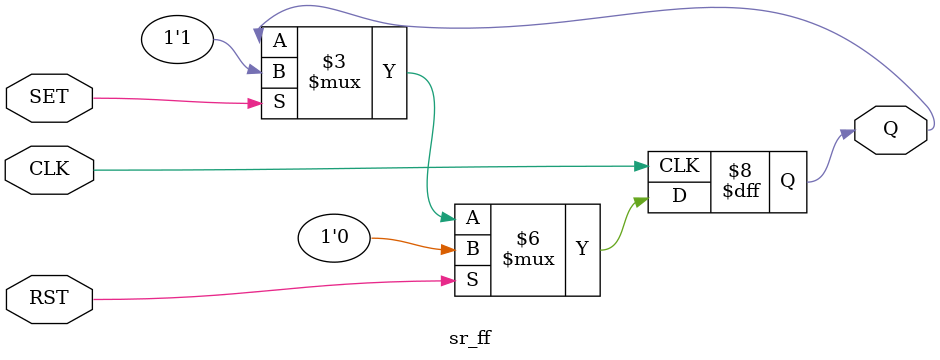
<source format=v>
`timescale 1ns / 1ps


module sr_ff(CLK, Q, SET, RST);

   //----------------------------------------------------------------------
   // Parameters
   //----------------------------------------------------------------------

   parameter          width = 1;
   
   //----------------------------------------------------------------------
   // Inputs and outputs
   //----------------------------------------------------------------------

   input              CLK;
   input 	      SET;
   input 	      RST;
   
   output [0:width-1] Q;

   //----------------------------------------------------------------------
   // Register
   //----------------------------------------------------------------------

   reg [0:width-1]    Q;

   always @( posedge CLK )
     begin
	if (RST)
	  Q <= {width{1'b0}};
	else if (SET)
	  Q <= {width{1'b1}};
	else
	  Q <= Q;
     end

   //----------------------------------------------------------------------   
   
endmodule
</source>
